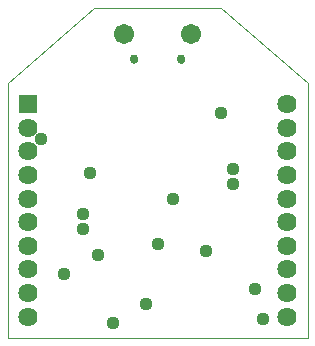
<source format=gbs>
G75*
G70*
%OFA0B0*%
%FSLAX24Y24*%
%IPPOS*%
%LPD*%
%AMOC8*
5,1,8,0,0,1.08239X$1,22.5*
%
%ADD10C,0.0000*%
%ADD11C,0.0640*%
%ADD12R,0.0640X0.0640*%
%ADD13C,0.0297*%
%ADD14C,0.0674*%
%ADD15C,0.0437*%
D10*
X000645Y000524D02*
X000645Y009019D01*
X003520Y011524D01*
X007770Y011524D01*
X010645Y009019D01*
X010645Y000524D01*
X000645Y000524D01*
X004750Y009803D02*
X004752Y009823D01*
X004758Y009843D01*
X004767Y009861D01*
X004780Y009878D01*
X004795Y009891D01*
X004813Y009901D01*
X004833Y009908D01*
X004853Y009911D01*
X004873Y009910D01*
X004893Y009905D01*
X004912Y009897D01*
X004929Y009885D01*
X004943Y009870D01*
X004954Y009852D01*
X004962Y009833D01*
X004966Y009813D01*
X004966Y009793D01*
X004962Y009773D01*
X004954Y009754D01*
X004943Y009736D01*
X004929Y009721D01*
X004912Y009709D01*
X004893Y009701D01*
X004873Y009696D01*
X004853Y009695D01*
X004833Y009698D01*
X004813Y009705D01*
X004795Y009715D01*
X004780Y009728D01*
X004767Y009745D01*
X004758Y009763D01*
X004752Y009783D01*
X004750Y009803D01*
X006324Y009803D02*
X006326Y009823D01*
X006332Y009843D01*
X006341Y009861D01*
X006354Y009878D01*
X006369Y009891D01*
X006387Y009901D01*
X006407Y009908D01*
X006427Y009911D01*
X006447Y009910D01*
X006467Y009905D01*
X006486Y009897D01*
X006503Y009885D01*
X006517Y009870D01*
X006528Y009852D01*
X006536Y009833D01*
X006540Y009813D01*
X006540Y009793D01*
X006536Y009773D01*
X006528Y009754D01*
X006517Y009736D01*
X006503Y009721D01*
X006486Y009709D01*
X006467Y009701D01*
X006447Y009696D01*
X006427Y009695D01*
X006407Y009698D01*
X006387Y009705D01*
X006369Y009715D01*
X006354Y009728D01*
X006341Y009745D01*
X006332Y009763D01*
X006326Y009783D01*
X006324Y009803D01*
D11*
X009976Y008314D03*
X009976Y007527D03*
X009976Y006740D03*
X009976Y005952D03*
X009976Y005165D03*
X009976Y004377D03*
X009976Y003590D03*
X009976Y002803D03*
X009976Y002015D03*
X009976Y001228D03*
X001314Y001228D03*
X001314Y002015D03*
X001314Y002803D03*
X001314Y003590D03*
X001314Y004377D03*
X001314Y005165D03*
X001314Y005952D03*
X001314Y006740D03*
X001314Y007527D03*
D12*
X001314Y008314D03*
D13*
X004858Y009803D03*
X006432Y009803D03*
D14*
X006757Y010649D03*
X004533Y010649D03*
D15*
X007770Y008024D03*
X008145Y006149D03*
X008145Y005649D03*
X006145Y005149D03*
X005645Y003649D03*
X007270Y003399D03*
X008895Y002149D03*
X009145Y001149D03*
X005270Y001649D03*
X004145Y001024D03*
X002520Y002649D03*
X003645Y003274D03*
X003145Y004149D03*
X003145Y004649D03*
X003395Y006024D03*
X001770Y007149D03*
M02*

</source>
